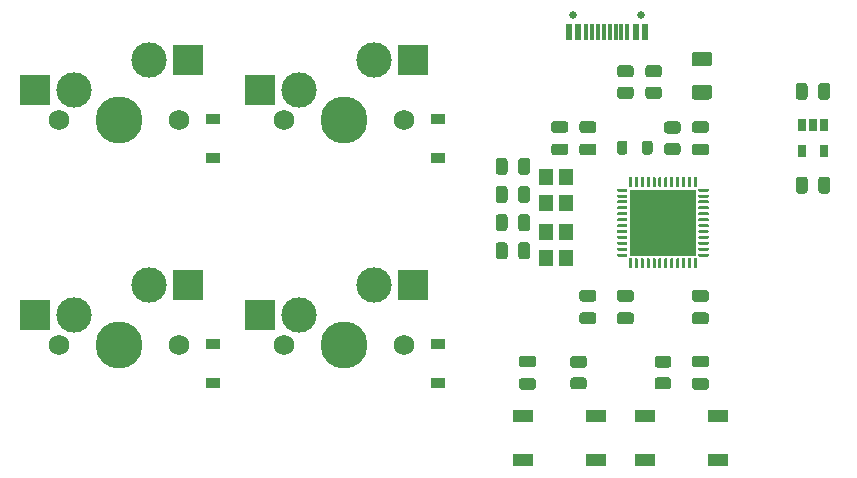
<source format=gbs>
%TF.GenerationSoftware,KiCad,Pcbnew,(5.1.10-1-10_14)*%
%TF.CreationDate,2021-05-18T16:18:39+02:00*%
%TF.ProjectId,dirac_delta,64697261-635f-4646-956c-74612e6b6963,rev?*%
%TF.SameCoordinates,Original*%
%TF.FileFunction,Soldermask,Bot*%
%TF.FilePolarity,Negative*%
%FSLAX46Y46*%
G04 Gerber Fmt 4.6, Leading zero omitted, Abs format (unit mm)*
G04 Created by KiCad (PCBNEW (5.1.10-1-10_14)) date 2021-05-18 16:18:39*
%MOMM*%
%LPD*%
G01*
G04 APERTURE LIST*
%ADD10R,1.200000X1.400000*%
%ADD11R,2.550000X2.500000*%
%ADD12C,1.750000*%
%ADD13C,3.000000*%
%ADD14C,3.987800*%
%ADD15R,0.600000X1.450000*%
%ADD16R,0.300000X1.450000*%
%ADD17C,0.650000*%
%ADD18R,0.650000X1.060000*%
%ADD19R,5.600000X5.600000*%
%ADD20R,1.800000X1.100000*%
%ADD21R,1.200000X0.900000*%
G04 APERTURE END LIST*
D10*
%TO.C,Y2*%
X71208000Y-44280000D03*
X71208000Y-42080000D03*
X69508000Y-42080000D03*
X69508000Y-44280000D03*
%TD*%
%TO.C,Y1*%
X71208000Y-39581000D03*
X71208000Y-37381000D03*
X69508000Y-37381000D03*
X69508000Y-39581000D03*
%TD*%
D11*
%TO.C,MX4*%
X58229500Y-46513750D03*
X45302500Y-49053750D03*
D12*
X57467500Y-51593750D03*
X47307500Y-51593750D03*
D13*
X48577500Y-49053750D03*
D14*
X52387500Y-51593750D03*
D13*
X54927500Y-46513750D03*
%TD*%
D11*
%TO.C,MX3*%
X58229500Y-27463750D03*
X45302500Y-30003750D03*
D12*
X57467500Y-32543750D03*
X47307500Y-32543750D03*
D13*
X48577500Y-30003750D03*
D14*
X52387500Y-32543750D03*
D13*
X54927500Y-27463750D03*
%TD*%
D11*
%TO.C,MX2*%
X39179500Y-46513750D03*
X26252500Y-49053750D03*
D12*
X38417500Y-51593750D03*
X28257500Y-51593750D03*
D13*
X29527500Y-49053750D03*
D14*
X33337500Y-51593750D03*
D13*
X35877500Y-46513750D03*
%TD*%
D11*
%TO.C,MX1*%
X39179500Y-27463750D03*
X26252500Y-30003750D03*
D12*
X38417500Y-32543750D03*
X28257500Y-32543750D03*
D13*
X29527500Y-30003750D03*
D14*
X33337500Y-32543750D03*
D13*
X35877500Y-27463750D03*
%TD*%
D15*
%TO.C,USB1*%
X77837500Y-25157500D03*
X71387500Y-25157500D03*
X77062500Y-25157500D03*
X72162500Y-25157500D03*
D16*
X72862500Y-25157500D03*
X76362500Y-25157500D03*
X73362500Y-25157500D03*
X75862500Y-25157500D03*
X73862500Y-25157500D03*
X75362500Y-25157500D03*
X74862500Y-25157500D03*
X74362500Y-25157500D03*
D17*
X77502500Y-23712500D03*
X71722500Y-23712500D03*
%TD*%
D18*
%TO.C,U2*%
X91125000Y-35231250D03*
X93025000Y-35231250D03*
X93025000Y-33031250D03*
X92075000Y-33031250D03*
X91125000Y-33031250D03*
%TD*%
D19*
%TO.C,U1*%
X79375000Y-41275000D03*
G36*
G01*
X76500000Y-45087500D02*
X76500000Y-44337500D01*
G75*
G02*
X76562500Y-44275000I62500J0D01*
G01*
X76687500Y-44275000D01*
G75*
G02*
X76750000Y-44337500I0J-62500D01*
G01*
X76750000Y-45087500D01*
G75*
G02*
X76687500Y-45150000I-62500J0D01*
G01*
X76562500Y-45150000D01*
G75*
G02*
X76500000Y-45087500I0J62500D01*
G01*
G37*
G36*
G01*
X77000000Y-45087500D02*
X77000000Y-44337500D01*
G75*
G02*
X77062500Y-44275000I62500J0D01*
G01*
X77187500Y-44275000D01*
G75*
G02*
X77250000Y-44337500I0J-62500D01*
G01*
X77250000Y-45087500D01*
G75*
G02*
X77187500Y-45150000I-62500J0D01*
G01*
X77062500Y-45150000D01*
G75*
G02*
X77000000Y-45087500I0J62500D01*
G01*
G37*
G36*
G01*
X77500000Y-45087500D02*
X77500000Y-44337500D01*
G75*
G02*
X77562500Y-44275000I62500J0D01*
G01*
X77687500Y-44275000D01*
G75*
G02*
X77750000Y-44337500I0J-62500D01*
G01*
X77750000Y-45087500D01*
G75*
G02*
X77687500Y-45150000I-62500J0D01*
G01*
X77562500Y-45150000D01*
G75*
G02*
X77500000Y-45087500I0J62500D01*
G01*
G37*
G36*
G01*
X78000000Y-45087500D02*
X78000000Y-44337500D01*
G75*
G02*
X78062500Y-44275000I62500J0D01*
G01*
X78187500Y-44275000D01*
G75*
G02*
X78250000Y-44337500I0J-62500D01*
G01*
X78250000Y-45087500D01*
G75*
G02*
X78187500Y-45150000I-62500J0D01*
G01*
X78062500Y-45150000D01*
G75*
G02*
X78000000Y-45087500I0J62500D01*
G01*
G37*
G36*
G01*
X78500000Y-45087500D02*
X78500000Y-44337500D01*
G75*
G02*
X78562500Y-44275000I62500J0D01*
G01*
X78687500Y-44275000D01*
G75*
G02*
X78750000Y-44337500I0J-62500D01*
G01*
X78750000Y-45087500D01*
G75*
G02*
X78687500Y-45150000I-62500J0D01*
G01*
X78562500Y-45150000D01*
G75*
G02*
X78500000Y-45087500I0J62500D01*
G01*
G37*
G36*
G01*
X79000000Y-45087500D02*
X79000000Y-44337500D01*
G75*
G02*
X79062500Y-44275000I62500J0D01*
G01*
X79187500Y-44275000D01*
G75*
G02*
X79250000Y-44337500I0J-62500D01*
G01*
X79250000Y-45087500D01*
G75*
G02*
X79187500Y-45150000I-62500J0D01*
G01*
X79062500Y-45150000D01*
G75*
G02*
X79000000Y-45087500I0J62500D01*
G01*
G37*
G36*
G01*
X79500000Y-45087500D02*
X79500000Y-44337500D01*
G75*
G02*
X79562500Y-44275000I62500J0D01*
G01*
X79687500Y-44275000D01*
G75*
G02*
X79750000Y-44337500I0J-62500D01*
G01*
X79750000Y-45087500D01*
G75*
G02*
X79687500Y-45150000I-62500J0D01*
G01*
X79562500Y-45150000D01*
G75*
G02*
X79500000Y-45087500I0J62500D01*
G01*
G37*
G36*
G01*
X80000000Y-45087500D02*
X80000000Y-44337500D01*
G75*
G02*
X80062500Y-44275000I62500J0D01*
G01*
X80187500Y-44275000D01*
G75*
G02*
X80250000Y-44337500I0J-62500D01*
G01*
X80250000Y-45087500D01*
G75*
G02*
X80187500Y-45150000I-62500J0D01*
G01*
X80062500Y-45150000D01*
G75*
G02*
X80000000Y-45087500I0J62500D01*
G01*
G37*
G36*
G01*
X80500000Y-45087500D02*
X80500000Y-44337500D01*
G75*
G02*
X80562500Y-44275000I62500J0D01*
G01*
X80687500Y-44275000D01*
G75*
G02*
X80750000Y-44337500I0J-62500D01*
G01*
X80750000Y-45087500D01*
G75*
G02*
X80687500Y-45150000I-62500J0D01*
G01*
X80562500Y-45150000D01*
G75*
G02*
X80500000Y-45087500I0J62500D01*
G01*
G37*
G36*
G01*
X81000000Y-45087500D02*
X81000000Y-44337500D01*
G75*
G02*
X81062500Y-44275000I62500J0D01*
G01*
X81187500Y-44275000D01*
G75*
G02*
X81250000Y-44337500I0J-62500D01*
G01*
X81250000Y-45087500D01*
G75*
G02*
X81187500Y-45150000I-62500J0D01*
G01*
X81062500Y-45150000D01*
G75*
G02*
X81000000Y-45087500I0J62500D01*
G01*
G37*
G36*
G01*
X81500000Y-45087500D02*
X81500000Y-44337500D01*
G75*
G02*
X81562500Y-44275000I62500J0D01*
G01*
X81687500Y-44275000D01*
G75*
G02*
X81750000Y-44337500I0J-62500D01*
G01*
X81750000Y-45087500D01*
G75*
G02*
X81687500Y-45150000I-62500J0D01*
G01*
X81562500Y-45150000D01*
G75*
G02*
X81500000Y-45087500I0J62500D01*
G01*
G37*
G36*
G01*
X82000000Y-45087500D02*
X82000000Y-44337500D01*
G75*
G02*
X82062500Y-44275000I62500J0D01*
G01*
X82187500Y-44275000D01*
G75*
G02*
X82250000Y-44337500I0J-62500D01*
G01*
X82250000Y-45087500D01*
G75*
G02*
X82187500Y-45150000I-62500J0D01*
G01*
X82062500Y-45150000D01*
G75*
G02*
X82000000Y-45087500I0J62500D01*
G01*
G37*
G36*
G01*
X82375000Y-44087500D02*
X82375000Y-43962500D01*
G75*
G02*
X82437500Y-43900000I62500J0D01*
G01*
X83187500Y-43900000D01*
G75*
G02*
X83250000Y-43962500I0J-62500D01*
G01*
X83250000Y-44087500D01*
G75*
G02*
X83187500Y-44150000I-62500J0D01*
G01*
X82437500Y-44150000D01*
G75*
G02*
X82375000Y-44087500I0J62500D01*
G01*
G37*
G36*
G01*
X82375000Y-43587500D02*
X82375000Y-43462500D01*
G75*
G02*
X82437500Y-43400000I62500J0D01*
G01*
X83187500Y-43400000D01*
G75*
G02*
X83250000Y-43462500I0J-62500D01*
G01*
X83250000Y-43587500D01*
G75*
G02*
X83187500Y-43650000I-62500J0D01*
G01*
X82437500Y-43650000D01*
G75*
G02*
X82375000Y-43587500I0J62500D01*
G01*
G37*
G36*
G01*
X82375000Y-43087500D02*
X82375000Y-42962500D01*
G75*
G02*
X82437500Y-42900000I62500J0D01*
G01*
X83187500Y-42900000D01*
G75*
G02*
X83250000Y-42962500I0J-62500D01*
G01*
X83250000Y-43087500D01*
G75*
G02*
X83187500Y-43150000I-62500J0D01*
G01*
X82437500Y-43150000D01*
G75*
G02*
X82375000Y-43087500I0J62500D01*
G01*
G37*
G36*
G01*
X82375000Y-42587500D02*
X82375000Y-42462500D01*
G75*
G02*
X82437500Y-42400000I62500J0D01*
G01*
X83187500Y-42400000D01*
G75*
G02*
X83250000Y-42462500I0J-62500D01*
G01*
X83250000Y-42587500D01*
G75*
G02*
X83187500Y-42650000I-62500J0D01*
G01*
X82437500Y-42650000D01*
G75*
G02*
X82375000Y-42587500I0J62500D01*
G01*
G37*
G36*
G01*
X82375000Y-42087500D02*
X82375000Y-41962500D01*
G75*
G02*
X82437500Y-41900000I62500J0D01*
G01*
X83187500Y-41900000D01*
G75*
G02*
X83250000Y-41962500I0J-62500D01*
G01*
X83250000Y-42087500D01*
G75*
G02*
X83187500Y-42150000I-62500J0D01*
G01*
X82437500Y-42150000D01*
G75*
G02*
X82375000Y-42087500I0J62500D01*
G01*
G37*
G36*
G01*
X82375000Y-41587500D02*
X82375000Y-41462500D01*
G75*
G02*
X82437500Y-41400000I62500J0D01*
G01*
X83187500Y-41400000D01*
G75*
G02*
X83250000Y-41462500I0J-62500D01*
G01*
X83250000Y-41587500D01*
G75*
G02*
X83187500Y-41650000I-62500J0D01*
G01*
X82437500Y-41650000D01*
G75*
G02*
X82375000Y-41587500I0J62500D01*
G01*
G37*
G36*
G01*
X82375000Y-41087500D02*
X82375000Y-40962500D01*
G75*
G02*
X82437500Y-40900000I62500J0D01*
G01*
X83187500Y-40900000D01*
G75*
G02*
X83250000Y-40962500I0J-62500D01*
G01*
X83250000Y-41087500D01*
G75*
G02*
X83187500Y-41150000I-62500J0D01*
G01*
X82437500Y-41150000D01*
G75*
G02*
X82375000Y-41087500I0J62500D01*
G01*
G37*
G36*
G01*
X82375000Y-40587500D02*
X82375000Y-40462500D01*
G75*
G02*
X82437500Y-40400000I62500J0D01*
G01*
X83187500Y-40400000D01*
G75*
G02*
X83250000Y-40462500I0J-62500D01*
G01*
X83250000Y-40587500D01*
G75*
G02*
X83187500Y-40650000I-62500J0D01*
G01*
X82437500Y-40650000D01*
G75*
G02*
X82375000Y-40587500I0J62500D01*
G01*
G37*
G36*
G01*
X82375000Y-40087500D02*
X82375000Y-39962500D01*
G75*
G02*
X82437500Y-39900000I62500J0D01*
G01*
X83187500Y-39900000D01*
G75*
G02*
X83250000Y-39962500I0J-62500D01*
G01*
X83250000Y-40087500D01*
G75*
G02*
X83187500Y-40150000I-62500J0D01*
G01*
X82437500Y-40150000D01*
G75*
G02*
X82375000Y-40087500I0J62500D01*
G01*
G37*
G36*
G01*
X82375000Y-39587500D02*
X82375000Y-39462500D01*
G75*
G02*
X82437500Y-39400000I62500J0D01*
G01*
X83187500Y-39400000D01*
G75*
G02*
X83250000Y-39462500I0J-62500D01*
G01*
X83250000Y-39587500D01*
G75*
G02*
X83187500Y-39650000I-62500J0D01*
G01*
X82437500Y-39650000D01*
G75*
G02*
X82375000Y-39587500I0J62500D01*
G01*
G37*
G36*
G01*
X82375000Y-39087500D02*
X82375000Y-38962500D01*
G75*
G02*
X82437500Y-38900000I62500J0D01*
G01*
X83187500Y-38900000D01*
G75*
G02*
X83250000Y-38962500I0J-62500D01*
G01*
X83250000Y-39087500D01*
G75*
G02*
X83187500Y-39150000I-62500J0D01*
G01*
X82437500Y-39150000D01*
G75*
G02*
X82375000Y-39087500I0J62500D01*
G01*
G37*
G36*
G01*
X82375000Y-38587500D02*
X82375000Y-38462500D01*
G75*
G02*
X82437500Y-38400000I62500J0D01*
G01*
X83187500Y-38400000D01*
G75*
G02*
X83250000Y-38462500I0J-62500D01*
G01*
X83250000Y-38587500D01*
G75*
G02*
X83187500Y-38650000I-62500J0D01*
G01*
X82437500Y-38650000D01*
G75*
G02*
X82375000Y-38587500I0J62500D01*
G01*
G37*
G36*
G01*
X82000000Y-38212500D02*
X82000000Y-37462500D01*
G75*
G02*
X82062500Y-37400000I62500J0D01*
G01*
X82187500Y-37400000D01*
G75*
G02*
X82250000Y-37462500I0J-62500D01*
G01*
X82250000Y-38212500D01*
G75*
G02*
X82187500Y-38275000I-62500J0D01*
G01*
X82062500Y-38275000D01*
G75*
G02*
X82000000Y-38212500I0J62500D01*
G01*
G37*
G36*
G01*
X81500000Y-38212500D02*
X81500000Y-37462500D01*
G75*
G02*
X81562500Y-37400000I62500J0D01*
G01*
X81687500Y-37400000D01*
G75*
G02*
X81750000Y-37462500I0J-62500D01*
G01*
X81750000Y-38212500D01*
G75*
G02*
X81687500Y-38275000I-62500J0D01*
G01*
X81562500Y-38275000D01*
G75*
G02*
X81500000Y-38212500I0J62500D01*
G01*
G37*
G36*
G01*
X81000000Y-38212500D02*
X81000000Y-37462500D01*
G75*
G02*
X81062500Y-37400000I62500J0D01*
G01*
X81187500Y-37400000D01*
G75*
G02*
X81250000Y-37462500I0J-62500D01*
G01*
X81250000Y-38212500D01*
G75*
G02*
X81187500Y-38275000I-62500J0D01*
G01*
X81062500Y-38275000D01*
G75*
G02*
X81000000Y-38212500I0J62500D01*
G01*
G37*
G36*
G01*
X80500000Y-38212500D02*
X80500000Y-37462500D01*
G75*
G02*
X80562500Y-37400000I62500J0D01*
G01*
X80687500Y-37400000D01*
G75*
G02*
X80750000Y-37462500I0J-62500D01*
G01*
X80750000Y-38212500D01*
G75*
G02*
X80687500Y-38275000I-62500J0D01*
G01*
X80562500Y-38275000D01*
G75*
G02*
X80500000Y-38212500I0J62500D01*
G01*
G37*
G36*
G01*
X80000000Y-38212500D02*
X80000000Y-37462500D01*
G75*
G02*
X80062500Y-37400000I62500J0D01*
G01*
X80187500Y-37400000D01*
G75*
G02*
X80250000Y-37462500I0J-62500D01*
G01*
X80250000Y-38212500D01*
G75*
G02*
X80187500Y-38275000I-62500J0D01*
G01*
X80062500Y-38275000D01*
G75*
G02*
X80000000Y-38212500I0J62500D01*
G01*
G37*
G36*
G01*
X79500000Y-38212500D02*
X79500000Y-37462500D01*
G75*
G02*
X79562500Y-37400000I62500J0D01*
G01*
X79687500Y-37400000D01*
G75*
G02*
X79750000Y-37462500I0J-62500D01*
G01*
X79750000Y-38212500D01*
G75*
G02*
X79687500Y-38275000I-62500J0D01*
G01*
X79562500Y-38275000D01*
G75*
G02*
X79500000Y-38212500I0J62500D01*
G01*
G37*
G36*
G01*
X79000000Y-38212500D02*
X79000000Y-37462500D01*
G75*
G02*
X79062500Y-37400000I62500J0D01*
G01*
X79187500Y-37400000D01*
G75*
G02*
X79250000Y-37462500I0J-62500D01*
G01*
X79250000Y-38212500D01*
G75*
G02*
X79187500Y-38275000I-62500J0D01*
G01*
X79062500Y-38275000D01*
G75*
G02*
X79000000Y-38212500I0J62500D01*
G01*
G37*
G36*
G01*
X78500000Y-38212500D02*
X78500000Y-37462500D01*
G75*
G02*
X78562500Y-37400000I62500J0D01*
G01*
X78687500Y-37400000D01*
G75*
G02*
X78750000Y-37462500I0J-62500D01*
G01*
X78750000Y-38212500D01*
G75*
G02*
X78687500Y-38275000I-62500J0D01*
G01*
X78562500Y-38275000D01*
G75*
G02*
X78500000Y-38212500I0J62500D01*
G01*
G37*
G36*
G01*
X78000000Y-38212500D02*
X78000000Y-37462500D01*
G75*
G02*
X78062500Y-37400000I62500J0D01*
G01*
X78187500Y-37400000D01*
G75*
G02*
X78250000Y-37462500I0J-62500D01*
G01*
X78250000Y-38212500D01*
G75*
G02*
X78187500Y-38275000I-62500J0D01*
G01*
X78062500Y-38275000D01*
G75*
G02*
X78000000Y-38212500I0J62500D01*
G01*
G37*
G36*
G01*
X77500000Y-38212500D02*
X77500000Y-37462500D01*
G75*
G02*
X77562500Y-37400000I62500J0D01*
G01*
X77687500Y-37400000D01*
G75*
G02*
X77750000Y-37462500I0J-62500D01*
G01*
X77750000Y-38212500D01*
G75*
G02*
X77687500Y-38275000I-62500J0D01*
G01*
X77562500Y-38275000D01*
G75*
G02*
X77500000Y-38212500I0J62500D01*
G01*
G37*
G36*
G01*
X77000000Y-38212500D02*
X77000000Y-37462500D01*
G75*
G02*
X77062500Y-37400000I62500J0D01*
G01*
X77187500Y-37400000D01*
G75*
G02*
X77250000Y-37462500I0J-62500D01*
G01*
X77250000Y-38212500D01*
G75*
G02*
X77187500Y-38275000I-62500J0D01*
G01*
X77062500Y-38275000D01*
G75*
G02*
X77000000Y-38212500I0J62500D01*
G01*
G37*
G36*
G01*
X76500000Y-38212500D02*
X76500000Y-37462500D01*
G75*
G02*
X76562500Y-37400000I62500J0D01*
G01*
X76687500Y-37400000D01*
G75*
G02*
X76750000Y-37462500I0J-62500D01*
G01*
X76750000Y-38212500D01*
G75*
G02*
X76687500Y-38275000I-62500J0D01*
G01*
X76562500Y-38275000D01*
G75*
G02*
X76500000Y-38212500I0J62500D01*
G01*
G37*
G36*
G01*
X75500000Y-38587500D02*
X75500000Y-38462500D01*
G75*
G02*
X75562500Y-38400000I62500J0D01*
G01*
X76312500Y-38400000D01*
G75*
G02*
X76375000Y-38462500I0J-62500D01*
G01*
X76375000Y-38587500D01*
G75*
G02*
X76312500Y-38650000I-62500J0D01*
G01*
X75562500Y-38650000D01*
G75*
G02*
X75500000Y-38587500I0J62500D01*
G01*
G37*
G36*
G01*
X75500000Y-39087500D02*
X75500000Y-38962500D01*
G75*
G02*
X75562500Y-38900000I62500J0D01*
G01*
X76312500Y-38900000D01*
G75*
G02*
X76375000Y-38962500I0J-62500D01*
G01*
X76375000Y-39087500D01*
G75*
G02*
X76312500Y-39150000I-62500J0D01*
G01*
X75562500Y-39150000D01*
G75*
G02*
X75500000Y-39087500I0J62500D01*
G01*
G37*
G36*
G01*
X75500000Y-39587500D02*
X75500000Y-39462500D01*
G75*
G02*
X75562500Y-39400000I62500J0D01*
G01*
X76312500Y-39400000D01*
G75*
G02*
X76375000Y-39462500I0J-62500D01*
G01*
X76375000Y-39587500D01*
G75*
G02*
X76312500Y-39650000I-62500J0D01*
G01*
X75562500Y-39650000D01*
G75*
G02*
X75500000Y-39587500I0J62500D01*
G01*
G37*
G36*
G01*
X75500000Y-40087500D02*
X75500000Y-39962500D01*
G75*
G02*
X75562500Y-39900000I62500J0D01*
G01*
X76312500Y-39900000D01*
G75*
G02*
X76375000Y-39962500I0J-62500D01*
G01*
X76375000Y-40087500D01*
G75*
G02*
X76312500Y-40150000I-62500J0D01*
G01*
X75562500Y-40150000D01*
G75*
G02*
X75500000Y-40087500I0J62500D01*
G01*
G37*
G36*
G01*
X75500000Y-40587500D02*
X75500000Y-40462500D01*
G75*
G02*
X75562500Y-40400000I62500J0D01*
G01*
X76312500Y-40400000D01*
G75*
G02*
X76375000Y-40462500I0J-62500D01*
G01*
X76375000Y-40587500D01*
G75*
G02*
X76312500Y-40650000I-62500J0D01*
G01*
X75562500Y-40650000D01*
G75*
G02*
X75500000Y-40587500I0J62500D01*
G01*
G37*
G36*
G01*
X75500000Y-41087500D02*
X75500000Y-40962500D01*
G75*
G02*
X75562500Y-40900000I62500J0D01*
G01*
X76312500Y-40900000D01*
G75*
G02*
X76375000Y-40962500I0J-62500D01*
G01*
X76375000Y-41087500D01*
G75*
G02*
X76312500Y-41150000I-62500J0D01*
G01*
X75562500Y-41150000D01*
G75*
G02*
X75500000Y-41087500I0J62500D01*
G01*
G37*
G36*
G01*
X75500000Y-41587500D02*
X75500000Y-41462500D01*
G75*
G02*
X75562500Y-41400000I62500J0D01*
G01*
X76312500Y-41400000D01*
G75*
G02*
X76375000Y-41462500I0J-62500D01*
G01*
X76375000Y-41587500D01*
G75*
G02*
X76312500Y-41650000I-62500J0D01*
G01*
X75562500Y-41650000D01*
G75*
G02*
X75500000Y-41587500I0J62500D01*
G01*
G37*
G36*
G01*
X75500000Y-42087500D02*
X75500000Y-41962500D01*
G75*
G02*
X75562500Y-41900000I62500J0D01*
G01*
X76312500Y-41900000D01*
G75*
G02*
X76375000Y-41962500I0J-62500D01*
G01*
X76375000Y-42087500D01*
G75*
G02*
X76312500Y-42150000I-62500J0D01*
G01*
X75562500Y-42150000D01*
G75*
G02*
X75500000Y-42087500I0J62500D01*
G01*
G37*
G36*
G01*
X75500000Y-42587500D02*
X75500000Y-42462500D01*
G75*
G02*
X75562500Y-42400000I62500J0D01*
G01*
X76312500Y-42400000D01*
G75*
G02*
X76375000Y-42462500I0J-62500D01*
G01*
X76375000Y-42587500D01*
G75*
G02*
X76312500Y-42650000I-62500J0D01*
G01*
X75562500Y-42650000D01*
G75*
G02*
X75500000Y-42587500I0J62500D01*
G01*
G37*
G36*
G01*
X75500000Y-43087500D02*
X75500000Y-42962500D01*
G75*
G02*
X75562500Y-42900000I62500J0D01*
G01*
X76312500Y-42900000D01*
G75*
G02*
X76375000Y-42962500I0J-62500D01*
G01*
X76375000Y-43087500D01*
G75*
G02*
X76312500Y-43150000I-62500J0D01*
G01*
X75562500Y-43150000D01*
G75*
G02*
X75500000Y-43087500I0J62500D01*
G01*
G37*
G36*
G01*
X75500000Y-43587500D02*
X75500000Y-43462500D01*
G75*
G02*
X75562500Y-43400000I62500J0D01*
G01*
X76312500Y-43400000D01*
G75*
G02*
X76375000Y-43462500I0J-62500D01*
G01*
X76375000Y-43587500D01*
G75*
G02*
X76312500Y-43650000I-62500J0D01*
G01*
X75562500Y-43650000D01*
G75*
G02*
X75500000Y-43587500I0J62500D01*
G01*
G37*
G36*
G01*
X75500000Y-44087500D02*
X75500000Y-43962500D01*
G75*
G02*
X75562500Y-43900000I62500J0D01*
G01*
X76312500Y-43900000D01*
G75*
G02*
X76375000Y-43962500I0J-62500D01*
G01*
X76375000Y-44087500D01*
G75*
G02*
X76312500Y-44150000I-62500J0D01*
G01*
X75562500Y-44150000D01*
G75*
G02*
X75500000Y-44087500I0J62500D01*
G01*
G37*
%TD*%
D20*
%TO.C,SW2*%
X77862500Y-57681250D03*
X84062500Y-61381250D03*
X77862500Y-61381250D03*
X84062500Y-57681250D03*
%TD*%
%TO.C,SW1*%
X67543750Y-57681250D03*
X73743750Y-61381250D03*
X67543750Y-61381250D03*
X73743750Y-57681250D03*
%TD*%
%TO.C,R5*%
G36*
G01*
X79718748Y-34531250D02*
X80618752Y-34531250D01*
G75*
G02*
X80868750Y-34781248I0J-249998D01*
G01*
X80868750Y-35306252D01*
G75*
G02*
X80618752Y-35556250I-249998J0D01*
G01*
X79718748Y-35556250D01*
G75*
G02*
X79468750Y-35306252I0J249998D01*
G01*
X79468750Y-34781248D01*
G75*
G02*
X79718748Y-34531250I249998J0D01*
G01*
G37*
G36*
G01*
X79718748Y-32706250D02*
X80618752Y-32706250D01*
G75*
G02*
X80868750Y-32956248I0J-249998D01*
G01*
X80868750Y-33481252D01*
G75*
G02*
X80618752Y-33731250I-249998J0D01*
G01*
X79718748Y-33731250D01*
G75*
G02*
X79468750Y-33481252I0J249998D01*
G01*
X79468750Y-32956248D01*
G75*
G02*
X79718748Y-32706250I249998J0D01*
G01*
G37*
%TD*%
%TO.C,R4*%
G36*
G01*
X79825002Y-53575000D02*
X78924998Y-53575000D01*
G75*
G02*
X78675000Y-53325002I0J249998D01*
G01*
X78675000Y-52799998D01*
G75*
G02*
X78924998Y-52550000I249998J0D01*
G01*
X79825002Y-52550000D01*
G75*
G02*
X80075000Y-52799998I0J-249998D01*
G01*
X80075000Y-53325002D01*
G75*
G02*
X79825002Y-53575000I-249998J0D01*
G01*
G37*
G36*
G01*
X79825002Y-55400000D02*
X78924998Y-55400000D01*
G75*
G02*
X78675000Y-55150002I0J249998D01*
G01*
X78675000Y-54624998D01*
G75*
G02*
X78924998Y-54375000I249998J0D01*
G01*
X79825002Y-54375000D01*
G75*
G02*
X80075000Y-54624998I0J-249998D01*
G01*
X80075000Y-55150002D01*
G75*
G02*
X79825002Y-55400000I-249998J0D01*
G01*
G37*
%TD*%
%TO.C,R3*%
G36*
G01*
X72681252Y-53575000D02*
X71781248Y-53575000D01*
G75*
G02*
X71531250Y-53325002I0J249998D01*
G01*
X71531250Y-52799998D01*
G75*
G02*
X71781248Y-52550000I249998J0D01*
G01*
X72681252Y-52550000D01*
G75*
G02*
X72931250Y-52799998I0J-249998D01*
G01*
X72931250Y-53325002D01*
G75*
G02*
X72681252Y-53575000I-249998J0D01*
G01*
G37*
G36*
G01*
X72681252Y-55400000D02*
X71781248Y-55400000D01*
G75*
G02*
X71531250Y-55150002I0J249998D01*
G01*
X71531250Y-54624998D01*
G75*
G02*
X71781248Y-54375000I249998J0D01*
G01*
X72681252Y-54375000D01*
G75*
G02*
X72931250Y-54624998I0J-249998D01*
G01*
X72931250Y-55150002D01*
G75*
G02*
X72681252Y-55400000I-249998J0D01*
G01*
G37*
%TD*%
%TO.C,R2*%
G36*
G01*
X79031252Y-28968750D02*
X78131248Y-28968750D01*
G75*
G02*
X77881250Y-28718752I0J249998D01*
G01*
X77881250Y-28193748D01*
G75*
G02*
X78131248Y-27943750I249998J0D01*
G01*
X79031252Y-27943750D01*
G75*
G02*
X79281250Y-28193748I0J-249998D01*
G01*
X79281250Y-28718752D01*
G75*
G02*
X79031252Y-28968750I-249998J0D01*
G01*
G37*
G36*
G01*
X79031252Y-30793750D02*
X78131248Y-30793750D01*
G75*
G02*
X77881250Y-30543752I0J249998D01*
G01*
X77881250Y-30018748D01*
G75*
G02*
X78131248Y-29768750I249998J0D01*
G01*
X79031252Y-29768750D01*
G75*
G02*
X79281250Y-30018748I0J-249998D01*
G01*
X79281250Y-30543752D01*
G75*
G02*
X79031252Y-30793750I-249998J0D01*
G01*
G37*
%TD*%
%TO.C,R1*%
G36*
G01*
X76650002Y-28968750D02*
X75749998Y-28968750D01*
G75*
G02*
X75500000Y-28718752I0J249998D01*
G01*
X75500000Y-28193748D01*
G75*
G02*
X75749998Y-27943750I249998J0D01*
G01*
X76650002Y-27943750D01*
G75*
G02*
X76900000Y-28193748I0J-249998D01*
G01*
X76900000Y-28718752D01*
G75*
G02*
X76650002Y-28968750I-249998J0D01*
G01*
G37*
G36*
G01*
X76650002Y-30793750D02*
X75749998Y-30793750D01*
G75*
G02*
X75500000Y-30543752I0J249998D01*
G01*
X75500000Y-30018748D01*
G75*
G02*
X75749998Y-29768750I249998J0D01*
G01*
X76650002Y-29768750D01*
G75*
G02*
X76900000Y-30018748I0J-249998D01*
G01*
X76900000Y-30543752D01*
G75*
G02*
X76650002Y-30793750I-249998J0D01*
G01*
G37*
%TD*%
%TO.C,L1*%
G36*
G01*
X77618750Y-35306250D02*
X77618750Y-34543750D01*
G75*
G02*
X77837500Y-34325000I218750J0D01*
G01*
X78275000Y-34325000D01*
G75*
G02*
X78493750Y-34543750I0J-218750D01*
G01*
X78493750Y-35306250D01*
G75*
G02*
X78275000Y-35525000I-218750J0D01*
G01*
X77837500Y-35525000D01*
G75*
G02*
X77618750Y-35306250I0J218750D01*
G01*
G37*
G36*
G01*
X75493750Y-35306250D02*
X75493750Y-34543750D01*
G75*
G02*
X75712500Y-34325000I218750J0D01*
G01*
X76150000Y-34325000D01*
G75*
G02*
X76368750Y-34543750I0J-218750D01*
G01*
X76368750Y-35306250D01*
G75*
G02*
X76150000Y-35525000I-218750J0D01*
G01*
X75712500Y-35525000D01*
G75*
G02*
X75493750Y-35306250I0J218750D01*
G01*
G37*
%TD*%
%TO.C,F1*%
G36*
G01*
X83302000Y-28054000D02*
X82052000Y-28054000D01*
G75*
G02*
X81802000Y-27804000I0J250000D01*
G01*
X81802000Y-27054000D01*
G75*
G02*
X82052000Y-26804000I250000J0D01*
G01*
X83302000Y-26804000D01*
G75*
G02*
X83552000Y-27054000I0J-250000D01*
G01*
X83552000Y-27804000D01*
G75*
G02*
X83302000Y-28054000I-250000J0D01*
G01*
G37*
G36*
G01*
X83302000Y-30854000D02*
X82052000Y-30854000D01*
G75*
G02*
X81802000Y-30604000I0J250000D01*
G01*
X81802000Y-29854000D01*
G75*
G02*
X82052000Y-29604000I250000J0D01*
G01*
X83302000Y-29604000D01*
G75*
G02*
X83552000Y-29854000I0J-250000D01*
G01*
X83552000Y-30604000D01*
G75*
G02*
X83302000Y-30854000I-250000J0D01*
G01*
G37*
%TD*%
D21*
%TO.C,D4*%
X60325000Y-51531250D03*
X60325000Y-54831250D03*
%TD*%
%TO.C,D3*%
X60325000Y-32481250D03*
X60325000Y-35781250D03*
%TD*%
%TO.C,D2*%
X41275000Y-51531250D03*
X41275000Y-54831250D03*
%TD*%
%TO.C,D1*%
X41275000Y-32481250D03*
X41275000Y-35781250D03*
%TD*%
%TO.C,C14*%
G36*
G01*
X83025000Y-53525000D02*
X82075000Y-53525000D01*
G75*
G02*
X81825000Y-53275000I0J250000D01*
G01*
X81825000Y-52775000D01*
G75*
G02*
X82075000Y-52525000I250000J0D01*
G01*
X83025000Y-52525000D01*
G75*
G02*
X83275000Y-52775000I0J-250000D01*
G01*
X83275000Y-53275000D01*
G75*
G02*
X83025000Y-53525000I-250000J0D01*
G01*
G37*
G36*
G01*
X83025000Y-55425000D02*
X82075000Y-55425000D01*
G75*
G02*
X81825000Y-55175000I0J250000D01*
G01*
X81825000Y-54675000D01*
G75*
G02*
X82075000Y-54425000I250000J0D01*
G01*
X83025000Y-54425000D01*
G75*
G02*
X83275000Y-54675000I0J-250000D01*
G01*
X83275000Y-55175000D01*
G75*
G02*
X83025000Y-55425000I-250000J0D01*
G01*
G37*
%TD*%
%TO.C,C13*%
G36*
G01*
X67430000Y-54425000D02*
X68380000Y-54425000D01*
G75*
G02*
X68630000Y-54675000I0J-250000D01*
G01*
X68630000Y-55175000D01*
G75*
G02*
X68380000Y-55425000I-250000J0D01*
G01*
X67430000Y-55425000D01*
G75*
G02*
X67180000Y-55175000I0J250000D01*
G01*
X67180000Y-54675000D01*
G75*
G02*
X67430000Y-54425000I250000J0D01*
G01*
G37*
G36*
G01*
X67430000Y-52525000D02*
X68380000Y-52525000D01*
G75*
G02*
X68630000Y-52775000I0J-250000D01*
G01*
X68630000Y-53275000D01*
G75*
G02*
X68380000Y-53525000I-250000J0D01*
G01*
X67430000Y-53525000D01*
G75*
G02*
X67180000Y-53275000I0J250000D01*
G01*
X67180000Y-52775000D01*
G75*
G02*
X67430000Y-52525000I250000J0D01*
G01*
G37*
%TD*%
%TO.C,C12*%
G36*
G01*
X92525000Y-38575000D02*
X92525000Y-37625000D01*
G75*
G02*
X92775000Y-37375000I250000J0D01*
G01*
X93275000Y-37375000D01*
G75*
G02*
X93525000Y-37625000I0J-250000D01*
G01*
X93525000Y-38575000D01*
G75*
G02*
X93275000Y-38825000I-250000J0D01*
G01*
X92775000Y-38825000D01*
G75*
G02*
X92525000Y-38575000I0J250000D01*
G01*
G37*
G36*
G01*
X90625000Y-38575000D02*
X90625000Y-37625000D01*
G75*
G02*
X90875000Y-37375000I250000J0D01*
G01*
X91375000Y-37375000D01*
G75*
G02*
X91625000Y-37625000I0J-250000D01*
G01*
X91625000Y-38575000D01*
G75*
G02*
X91375000Y-38825000I-250000J0D01*
G01*
X90875000Y-38825000D01*
G75*
G02*
X90625000Y-38575000I0J250000D01*
G01*
G37*
%TD*%
%TO.C,C11*%
G36*
G01*
X92525000Y-30637500D02*
X92525000Y-29687500D01*
G75*
G02*
X92775000Y-29437500I250000J0D01*
G01*
X93275000Y-29437500D01*
G75*
G02*
X93525000Y-29687500I0J-250000D01*
G01*
X93525000Y-30637500D01*
G75*
G02*
X93275000Y-30887500I-250000J0D01*
G01*
X92775000Y-30887500D01*
G75*
G02*
X92525000Y-30637500I0J250000D01*
G01*
G37*
G36*
G01*
X90625000Y-30637500D02*
X90625000Y-29687500D01*
G75*
G02*
X90875000Y-29437500I250000J0D01*
G01*
X91375000Y-29437500D01*
G75*
G02*
X91625000Y-29687500I0J-250000D01*
G01*
X91625000Y-30637500D01*
G75*
G02*
X91375000Y-30887500I-250000J0D01*
G01*
X90875000Y-30887500D01*
G75*
G02*
X90625000Y-30637500I0J250000D01*
G01*
G37*
%TD*%
%TO.C,C10*%
G36*
G01*
X67125000Y-41750000D02*
X67125000Y-40800000D01*
G75*
G02*
X67375000Y-40550000I250000J0D01*
G01*
X67875000Y-40550000D01*
G75*
G02*
X68125000Y-40800000I0J-250000D01*
G01*
X68125000Y-41750000D01*
G75*
G02*
X67875000Y-42000000I-250000J0D01*
G01*
X67375000Y-42000000D01*
G75*
G02*
X67125000Y-41750000I0J250000D01*
G01*
G37*
G36*
G01*
X65225000Y-41750000D02*
X65225000Y-40800000D01*
G75*
G02*
X65475000Y-40550000I250000J0D01*
G01*
X65975000Y-40550000D01*
G75*
G02*
X66225000Y-40800000I0J-250000D01*
G01*
X66225000Y-41750000D01*
G75*
G02*
X65975000Y-42000000I-250000J0D01*
G01*
X65475000Y-42000000D01*
G75*
G02*
X65225000Y-41750000I0J250000D01*
G01*
G37*
%TD*%
%TO.C,C9*%
G36*
G01*
X67125000Y-44131250D02*
X67125000Y-43181250D01*
G75*
G02*
X67375000Y-42931250I250000J0D01*
G01*
X67875000Y-42931250D01*
G75*
G02*
X68125000Y-43181250I0J-250000D01*
G01*
X68125000Y-44131250D01*
G75*
G02*
X67875000Y-44381250I-250000J0D01*
G01*
X67375000Y-44381250D01*
G75*
G02*
X67125000Y-44131250I0J250000D01*
G01*
G37*
G36*
G01*
X65225000Y-44131250D02*
X65225000Y-43181250D01*
G75*
G02*
X65475000Y-42931250I250000J0D01*
G01*
X65975000Y-42931250D01*
G75*
G02*
X66225000Y-43181250I0J-250000D01*
G01*
X66225000Y-44131250D01*
G75*
G02*
X65975000Y-44381250I-250000J0D01*
G01*
X65475000Y-44381250D01*
G75*
G02*
X65225000Y-44131250I0J250000D01*
G01*
G37*
%TD*%
%TO.C,C8*%
G36*
G01*
X75725000Y-48868750D02*
X76675000Y-48868750D01*
G75*
G02*
X76925000Y-49118750I0J-250000D01*
G01*
X76925000Y-49618750D01*
G75*
G02*
X76675000Y-49868750I-250000J0D01*
G01*
X75725000Y-49868750D01*
G75*
G02*
X75475000Y-49618750I0J250000D01*
G01*
X75475000Y-49118750D01*
G75*
G02*
X75725000Y-48868750I250000J0D01*
G01*
G37*
G36*
G01*
X75725000Y-46968750D02*
X76675000Y-46968750D01*
G75*
G02*
X76925000Y-47218750I0J-250000D01*
G01*
X76925000Y-47718750D01*
G75*
G02*
X76675000Y-47968750I-250000J0D01*
G01*
X75725000Y-47968750D01*
G75*
G02*
X75475000Y-47718750I0J250000D01*
G01*
X75475000Y-47218750D01*
G75*
G02*
X75725000Y-46968750I250000J0D01*
G01*
G37*
%TD*%
%TO.C,C7*%
G36*
G01*
X82075000Y-48868750D02*
X83025000Y-48868750D01*
G75*
G02*
X83275000Y-49118750I0J-250000D01*
G01*
X83275000Y-49618750D01*
G75*
G02*
X83025000Y-49868750I-250000J0D01*
G01*
X82075000Y-49868750D01*
G75*
G02*
X81825000Y-49618750I0J250000D01*
G01*
X81825000Y-49118750D01*
G75*
G02*
X82075000Y-48868750I250000J0D01*
G01*
G37*
G36*
G01*
X82075000Y-46968750D02*
X83025000Y-46968750D01*
G75*
G02*
X83275000Y-47218750I0J-250000D01*
G01*
X83275000Y-47718750D01*
G75*
G02*
X83025000Y-47968750I-250000J0D01*
G01*
X82075000Y-47968750D01*
G75*
G02*
X81825000Y-47718750I0J250000D01*
G01*
X81825000Y-47218750D01*
G75*
G02*
X82075000Y-46968750I250000J0D01*
G01*
G37*
%TD*%
%TO.C,C6*%
G36*
G01*
X72550000Y-48868750D02*
X73500000Y-48868750D01*
G75*
G02*
X73750000Y-49118750I0J-250000D01*
G01*
X73750000Y-49618750D01*
G75*
G02*
X73500000Y-49868750I-250000J0D01*
G01*
X72550000Y-49868750D01*
G75*
G02*
X72300000Y-49618750I0J250000D01*
G01*
X72300000Y-49118750D01*
G75*
G02*
X72550000Y-48868750I250000J0D01*
G01*
G37*
G36*
G01*
X72550000Y-46968750D02*
X73500000Y-46968750D01*
G75*
G02*
X73750000Y-47218750I0J-250000D01*
G01*
X73750000Y-47718750D01*
G75*
G02*
X73500000Y-47968750I-250000J0D01*
G01*
X72550000Y-47968750D01*
G75*
G02*
X72300000Y-47718750I0J250000D01*
G01*
X72300000Y-47218750D01*
G75*
G02*
X72550000Y-46968750I250000J0D01*
G01*
G37*
%TD*%
%TO.C,C5*%
G36*
G01*
X83025000Y-33681250D02*
X82075000Y-33681250D01*
G75*
G02*
X81825000Y-33431250I0J250000D01*
G01*
X81825000Y-32931250D01*
G75*
G02*
X82075000Y-32681250I250000J0D01*
G01*
X83025000Y-32681250D01*
G75*
G02*
X83275000Y-32931250I0J-250000D01*
G01*
X83275000Y-33431250D01*
G75*
G02*
X83025000Y-33681250I-250000J0D01*
G01*
G37*
G36*
G01*
X83025000Y-35581250D02*
X82075000Y-35581250D01*
G75*
G02*
X81825000Y-35331250I0J250000D01*
G01*
X81825000Y-34831250D01*
G75*
G02*
X82075000Y-34581250I250000J0D01*
G01*
X83025000Y-34581250D01*
G75*
G02*
X83275000Y-34831250I0J-250000D01*
G01*
X83275000Y-35331250D01*
G75*
G02*
X83025000Y-35581250I-250000J0D01*
G01*
G37*
%TD*%
%TO.C,C4*%
G36*
G01*
X67125000Y-36987500D02*
X67125000Y-36037500D01*
G75*
G02*
X67375000Y-35787500I250000J0D01*
G01*
X67875000Y-35787500D01*
G75*
G02*
X68125000Y-36037500I0J-250000D01*
G01*
X68125000Y-36987500D01*
G75*
G02*
X67875000Y-37237500I-250000J0D01*
G01*
X67375000Y-37237500D01*
G75*
G02*
X67125000Y-36987500I0J250000D01*
G01*
G37*
G36*
G01*
X65225000Y-36987500D02*
X65225000Y-36037500D01*
G75*
G02*
X65475000Y-35787500I250000J0D01*
G01*
X65975000Y-35787500D01*
G75*
G02*
X66225000Y-36037500I0J-250000D01*
G01*
X66225000Y-36987500D01*
G75*
G02*
X65975000Y-37237500I-250000J0D01*
G01*
X65475000Y-37237500D01*
G75*
G02*
X65225000Y-36987500I0J250000D01*
G01*
G37*
%TD*%
%TO.C,C3*%
G36*
G01*
X67125000Y-39368750D02*
X67125000Y-38418750D01*
G75*
G02*
X67375000Y-38168750I250000J0D01*
G01*
X67875000Y-38168750D01*
G75*
G02*
X68125000Y-38418750I0J-250000D01*
G01*
X68125000Y-39368750D01*
G75*
G02*
X67875000Y-39618750I-250000J0D01*
G01*
X67375000Y-39618750D01*
G75*
G02*
X67125000Y-39368750I0J250000D01*
G01*
G37*
G36*
G01*
X65225000Y-39368750D02*
X65225000Y-38418750D01*
G75*
G02*
X65475000Y-38168750I250000J0D01*
G01*
X65975000Y-38168750D01*
G75*
G02*
X66225000Y-38418750I0J-250000D01*
G01*
X66225000Y-39368750D01*
G75*
G02*
X65975000Y-39618750I-250000J0D01*
G01*
X65475000Y-39618750D01*
G75*
G02*
X65225000Y-39368750I0J250000D01*
G01*
G37*
%TD*%
%TO.C,C2*%
G36*
G01*
X71118750Y-33681250D02*
X70168750Y-33681250D01*
G75*
G02*
X69918750Y-33431250I0J250000D01*
G01*
X69918750Y-32931250D01*
G75*
G02*
X70168750Y-32681250I250000J0D01*
G01*
X71118750Y-32681250D01*
G75*
G02*
X71368750Y-32931250I0J-250000D01*
G01*
X71368750Y-33431250D01*
G75*
G02*
X71118750Y-33681250I-250000J0D01*
G01*
G37*
G36*
G01*
X71118750Y-35581250D02*
X70168750Y-35581250D01*
G75*
G02*
X69918750Y-35331250I0J250000D01*
G01*
X69918750Y-34831250D01*
G75*
G02*
X70168750Y-34581250I250000J0D01*
G01*
X71118750Y-34581250D01*
G75*
G02*
X71368750Y-34831250I0J-250000D01*
G01*
X71368750Y-35331250D01*
G75*
G02*
X71118750Y-35581250I-250000J0D01*
G01*
G37*
%TD*%
%TO.C,C1*%
G36*
G01*
X73500000Y-33681250D02*
X72550000Y-33681250D01*
G75*
G02*
X72300000Y-33431250I0J250000D01*
G01*
X72300000Y-32931250D01*
G75*
G02*
X72550000Y-32681250I250000J0D01*
G01*
X73500000Y-32681250D01*
G75*
G02*
X73750000Y-32931250I0J-250000D01*
G01*
X73750000Y-33431250D01*
G75*
G02*
X73500000Y-33681250I-250000J0D01*
G01*
G37*
G36*
G01*
X73500000Y-35581250D02*
X72550000Y-35581250D01*
G75*
G02*
X72300000Y-35331250I0J250000D01*
G01*
X72300000Y-34831250D01*
G75*
G02*
X72550000Y-34581250I250000J0D01*
G01*
X73500000Y-34581250D01*
G75*
G02*
X73750000Y-34831250I0J-250000D01*
G01*
X73750000Y-35331250D01*
G75*
G02*
X73500000Y-35581250I-250000J0D01*
G01*
G37*
%TD*%
M02*

</source>
